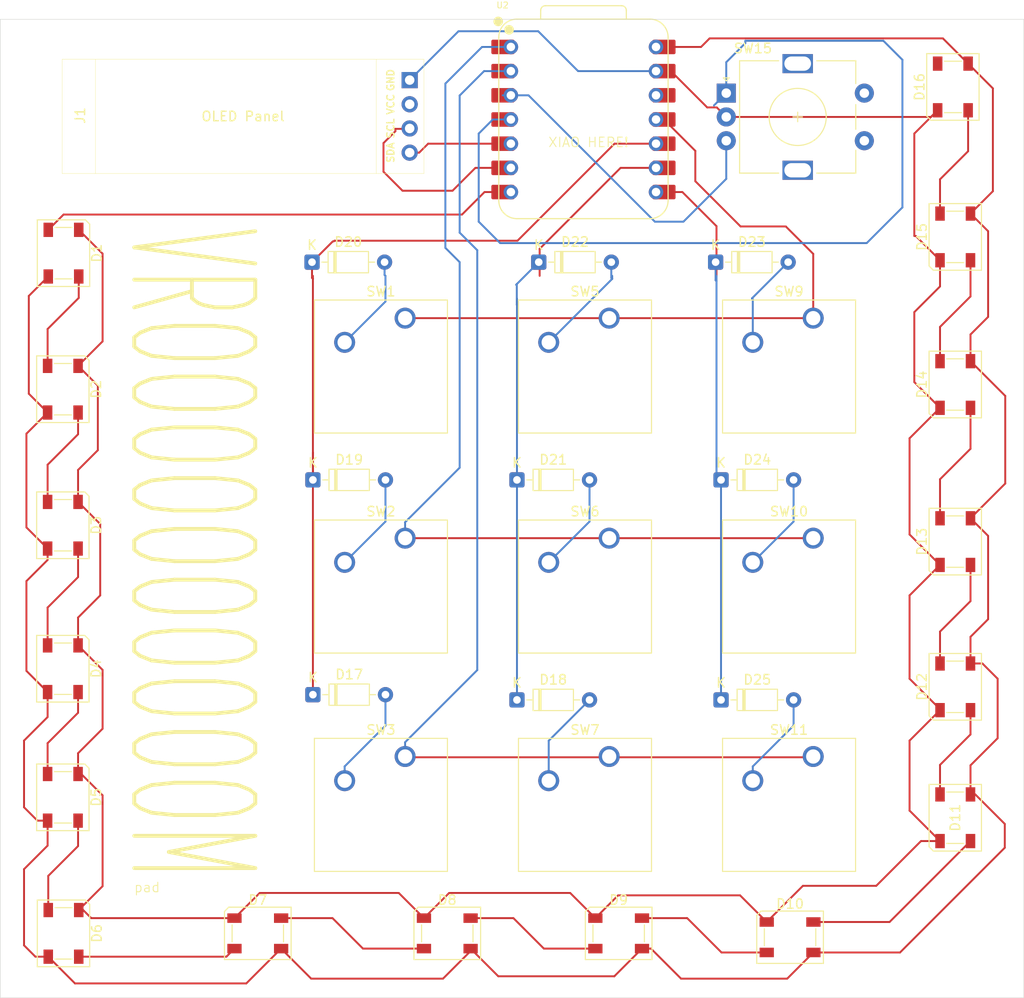
<source format=kicad_pcb>
(kicad_pcb (version 20241229) (generator "pcbnew") (generator_version "9.0")
  (layers (0 "F.Cu" signal) (2 "B.Cu" signal) (13 "F.Paste" user) (15 "B.Paste" user) (5 "F.SilkS" user "F.Silkscreen") (7 "B.SilkS" user "B.Silkscreen") (1 "F.Mask" user) (3 "B.Mask" user) (25 "Edge.Cuts" user))
  (net 0 "")
  (net 1 "Net-(D1-DOUT)")
  (net 2 "Net-(D1-DIN)")
  (net 3 "+5V")
  (net 4 "GND")
  (net 5 "Net-(D2-DOUT)")
  (net 6 "Net-(D4-DOUT)")
  (net 7 "Net-(D5-DOUT)")
  (net 8 "Net-(D6-DOUT)")
  (net 9 "Net-(D8-DOUT)")
  (net 10 "Net-(D10-DIN)")
  (net 11 "Net-(D10-DOUT)")
  (net 12 "Net-(D11-DOUT)")
  (net 13 "Net-(D12-DOUT)")
  (net 14 "Net-(D14-DOUT)")
  (net 16 "Net-(D17-A)")
  (net 17 "Net-(D17-K)")
  (net 18 "Net-(D18-A)")
  (net 19 "Net-(D18-K)")
  (net 20 "Net-(D19-A)")
  (net 21 "Net-(D20-A)")
  (net 22 "Net-(D21-A)")
  (net 23 "Net-(D22-A)")
  (net 24 "Net-(D23-K)")
  (net 25 "Net-(U2-GPIO3{slash}MOSI)")
  (net 26 "Net-(U2-GPIO26{slash}ADC0{slash}A0)")
  (net 27 "Net-(U2-GPIO27{slash}ADC1{slash}A1)")
  (net 28 "Net-(U2-GPIO29{slash}ADC3{slash}A3)")
  (net 29 "Net-(U2-GPIO28{slash}ADC2{slash}A2)")
  (net 32 "+3.3V")
  (net 33 "Net-(D23-A)")
  (net 34 "Net-(D24-A)")
  (net 35 "Net-(D25-A)")
  (net 36 "Net-(D7-DOUT)")
  (net 37 "Net-(D13-DOUT)")
  (net 38 "Net-(J1-Pin_3)")
  (net 39 "Net-(J1-Pin_4)")
  (net 40 "+3V3")
  (net 41 "Net-(D3-DOUT)")
  (net 42 "Net-(D15-DOUT)")
  (footprint "Button_Switch_Keyboard:SW_Cherry_MX_1.00u_PCB" (layer "F.Cu") (at 181.13375 121.92)
    (property "Reference" "SW11")
    (property "Value" "SW_Push")
  )
  (footprint "Diode_THT:D_DO-35_SOD27_P7.62mm_Horizontal" (layer "F.Cu") (at 128.49375 70)
    (property "Reference" "D20")
    (property "Value" "1N4148")
  )
  (footprint "LED_SMD:LED_SK6812_PLCC4_5.0x5.0mm_P3.2mm" (layer "F.Cu") (at 122.8 140.49375)
    (property "Reference" "D7")
    (property "Value" "SK6812")
  )
  (footprint "LED_SMD:LED_SK6812_PLCC4_5.0x5.0mm_P3.2mm" (layer "F.Cu") (at 196.05 128.35 90)
    (property "Reference" "D11")
    (property "Value" "SK6812")
  )
  (footprint "LED_SMD:LED_SK6812_PLCC4_5.0x5.0mm_P3.2mm" (layer "F.Cu") (at 196.05 82.85 90)
    (property "Reference" "D14")
    (property "Value" "SK6812")
  )
  (footprint "Display:SSD1306-0.91-OLED-4pin-128x32" (layer "F.Cu") (at 102.25 48.69)
    (property "Reference" "J1")
    (property "Value" "Conn_01x04_Pin")
  )
  (footprint "Diode_THT:D_DO-35_SOD27_P7.62mm_Horizontal" (layer "F.Cu") (at 170.88 70)
    (property "Reference" "D23")
    (property "Value" "1N4148")
  )
  (footprint "LED_SMD:LED_SK6812_PLCC4_5.0x5.0mm_P3.2mm" (layer "F.Cu") (at 102.39375 69.05625 -90)
    (property "Reference" "D1")
    (property "Value" "SK6812")
  )
  (footprint "Button_Switch_Keyboard:SW_Cherry_MX_1.00u_PCB" (layer "F.Cu") (at 138.27125 98.98875)
    (property "Reference" "SW2")
    (property "Value" "SW_Push")
  )
  (footprint "OPL:XIAO-RP2040-DIP" (layer "F.Cu") (at 157 55.0185)
    (property "Reference" "U2")
    (property "Value" "XIAO-RP2040-DIP")
  )
  (footprint "LED_SMD:LED_SK6812_PLCC4_5.0x5.0mm_P3.2mm" (layer "F.Cu") (at 195.8 51.6 90)
    (property "Reference" "D16")
    (property "Value" "SK6812")
  )
  (footprint "LED_SMD:LED_SK6812_PLCC4_5.0x5.0mm_P3.2mm" (layer "F.Cu") (at 102.325 97.63125 -90)
    (property "Reference" "D3")
    (property "Value" "SK6812")
  )
  (footprint "LED_SMD:LED_SK6812_PLCC4_5.0x5.0mm_P3.2mm" (layer "F.Cu") (at 102.325 126.20625 -90)
    (property "Reference" "D5")
    (property "Value" "SK6812")
  )
  (footprint "LED_SMD:LED_SK6812_PLCC4_5.0x5.0mm_P3.2mm" (layer "F.Cu") (at 196.05 114.6 90)
    (property "Reference" "D12")
    (property "Value" "SK6812")
  )
  (footprint "Diode_THT:D_DO-35_SOD27_P7.62mm_Horizontal" (layer "F.Cu") (at 150.01875 92.86875)
    (property "Reference" "D21")
    (property "Value" "1N4148")
  )
  (footprint "LED_SMD:LED_SK6812_PLCC4_5.0x5.0mm_P3.2mm" (layer "F.Cu") (at 102.39375 140.49375 -90)
    (property "Reference" "D6")
    (property "Value" "SK6812")
  )
  (footprint "Button_Switch_Keyboard:SW_Cherry_MX_1.00u_PCB" (layer "F.Cu") (at 138.27125 75.8825)
    (property "Reference" "SW1")
    (property "Value" "SW_Push")
  )
  (footprint "Button_Switch_Keyboard:SW_Cherry_MX_1.00u_PCB" (layer "F.Cu") (at 159.7025 121.92)
    (property "Reference" "SW7")
    (property "Value" "SW_Push")
  )
  (footprint "LED_SMD:LED_SK6812_PLCC4_5.0x5.0mm_P3.2mm" (layer "F.Cu") (at 160.7 140.49375)
    (property "Reference" "D9")
    (property "Value" "SK6812")
  )
  (footprint "LED_SMD:LED_SK6812_PLCC4_5.0x5.0mm_P3.2mm" (layer "F.Cu") (at 196.05 67.35 90)
    (property "Reference" "D15")
    (property "Value" "SK6812")
  )
  (footprint "Diode_THT:D_DO-35_SOD27_P7.62mm_Horizontal" (layer "F.Cu") (at 150.01875 115.975)
    (property "Reference" "D18")
    (property "Value" "1N4148")
  )
  (footprint "Diode_THT:D_DO-35_SOD27_P7.62mm_Horizontal" (layer "F.Cu") (at 171.45 115.975)
    (property "Reference" "D25")
    (property "Value" "1N4148")
  )
  (footprint "Button_Switch_Keyboard:SW_Cherry_MX_1.00u_PCB" (layer "F.Cu") (at 138.27125 121.92)
    (property "Reference" "SW3")
    (property "Value" "SW_Push")
  )
  (footprint "LED_SMD:LED_SK6812_PLCC4_5.0x5.0mm_P3.2mm" (layer "F.Cu") (at 102.325 83.34375 -90)
    (property "Reference" "D2")
    (property "Value" "SK6812")
  )
  (footprint "Button_Switch_Keyboard:SW_Cherry_MX_1.00u_PCB" (layer "F.Cu") (at 181.13375 98.98875)
    (property "Reference" "SW10")
    (property "Value" "SW_Push")
  )
  (footprint "Diode_THT:D_DO-35_SOD27_P7.62mm_Horizontal" (layer "F.Cu") (at 128.5875 92.86875)
    (property "Reference" "D19")
    (property "Value" "1N4148")
  )
  (footprint "Diode_THT:D_DO-35_SOD27_P7.62mm_Horizontal" (layer "F.Cu") (at 128.5875 115.425)
    (property "Reference" "D17")
    (property "Value" "1N4148")
  )
  (footprint "LED_SMD:LED_SK6812_PLCC4_5.0x5.0mm_P3.2mm" (layer "F.Cu") (at 178.7 140.9)
    (property "Reference" "D10")
    (property "Value" "SK6812")
  )
  (footprint "Button_Switch_Keyboard:SW_Cherry_MX_1.00u_PCB" (layer "F.Cu") (at 159.7025 98.98875)
    (property "Reference" "SW6")
    (property "Value" "SW_Push")
  )
  (footprint "Diode_THT:D_DO-35_SOD27_P7.62mm_Horizontal" (layer "F.Cu") (at 152.30625 70)
    (property "Reference" "D22")
    (property "Value" "1N4148")
  )
  (footprint "Button_Switch_Keyboard:SW_Cherry_MX_1.00u_PCB" (layer "F.Cu") (at 159.7025 75.8825)
    (property "Reference" "SW5")
    (property "Value" "SW_Push")
  )
  (footprint "LED_SMD:LED_SK6812_PLCC4_5.0x5.0mm_P3.2mm" (layer "F.Cu") (at 196.05 99.35 90)
    (property "Reference" "D13")
    (property "Value" "SK6812")
  )
  (footprint "Diode_THT:D_DO-35_SOD27_P7.62mm_Horizontal" (layer "F.Cu") (at 171.45 92.86875)
    (property "Reference" "D24")
    (property "Value" "1N4148")
  )
  (footprint "Button_Switch_Keyboard:SW_Cherry_MX_1.00u_PCB" (layer "F.Cu") (at 181.13375 75.8825)
    (property "Reference" "SW9")
    (property "Value" "SW_Push")
  )
  (footprint "LED_SMD:LED_SK6812_PLCC4_5.0x5.0mm_P3.2mm" (layer "F.Cu") (at 142.7 140.49375)
    (property "Reference" "D8")
    (property "Value" "SK6812")
  )
  (footprint "Rotary_Encoder:RotaryEncoder_Alps_EC11E-Switch_Vertical_H20mm" (layer "F.Cu") (at 172 52.25)
    (property "Reference" "SW15")
    (property "Value" "RotaryEncoder_Switch")
  )
  (footprint "LED_SMD:LED_SK6812_PLCC4_5.0x5.0mm_P3.2mm" (layer "F.Cu") (at 102.325 112.7 -90)
    (property "Reference" "D4")
    (property "Value" "SK6812")
  )
  (gr_rect (start 95.75 44.5) (end 203.25 147.25) (stroke (width 0.05)) (fill no) (layer "Edge.Cuts"))
  (gr_text "XIAO HERE!" (at 153.25 58 0) (layer "F.SilkS") (effects (font (size 1 1) (thickness 0.1)) (justify left bottom)))
  (gr_text "VROOOOOOOOOOM" (at 108.25 66 270) (layer "F.SilkS") (effects (font (size 12.7094 5.0894) (thickness 0.4048)) (justify left bottom)))
  (gr_text "pad" (at 109.75 136.25 0) (layer "F.SilkS") (effects (font (size 1 1) (thickness 0.1)) (justify left bottom)))
  (segment (start 103.99375 73.75625) (end 100.725 77.025) (width 0.2) (layer "F.Cu") (net 1))
  (segment (start 103.99375 71.50625) (end 103.99375 73.75625) (width 0.2) (layer "F.Cu") (net 1))
  (segment (start 100.725 77.025) (end 100.725 80.89375) (width 0.2) (layer "F.Cu") (net 1))
  (segment (start 144.25 65) (end 102.4 65) (width 0.2) (layer "F.Cu") (net 2))
  (segment (start 149.38 62.6385) (end 146.6115 62.6385) (width 0.2) (layer "F.Cu") (net 2))
  (segment (start 102.4 65) (end 100.79375 66.60625) (width 0.2) (layer "F.Cu") (net 2))
  (segment (start 146.6115 62.6385) (end 144.25 65) (width 0.2) (layer "F.Cu") (net 2))
  (segment (start 100.94575 66.60625) (end 100.79375 66.60625) (width 0.2) (layer "F.Cu") (net 2))
  (segment (start 145.15 142.35) (end 145.15 142.09375) (width 0.2) (layer "F.Cu") (net 3))
  (segment (start 197.65 96.9) (end 201.3 93.25) (width 0.2) (layer "F.Cu") (net 3))
  (segment (start 200.5 113.75) (end 198.9 112.15) (width 0.2) (layer "F.Cu") (net 3))
  (segment (start 100.725 115.15) (end 100.725 117.775) (width 0.2) (layer "F.Cu") (net 3))
  (segment (start 100.725 100.08125) (end 98.5 97.85625) (width 0.2) (layer "F.Cu") (net 3))
  (segment (start 198.15 125.9) (end 197.65 125.9) (width 0.2) (layer "F.Cu") (net 3))
  (segment (start 198.9 112.15) (end 197.65 112.15) (width 0.2) (layer "F.Cu") (net 3))
  (segment (start 103.6 145.75) (end 100.79375 142.94375) (width 0.2) (layer "F.Cu") (net 3))
  (segment (start 197.65 112.15) (end 197.65 109.35) (width 0.2) (layer "F.Cu") (net 3))
  (segment (start 148.05625 145) (end 160.25 145) (width 0.2) (layer "F.Cu") (net 3))
  (segment (start 170.25 46.5) (end 169.3515 47.3985) (width 0.2) (layer "F.Cu") (net 3))
  (segment (start 163.15 142.09375) (end 164.09375 142.09375) (width 0.2) (layer "F.Cu") (net 3))
  (segment (start 197.65 125.9) (end 197.65 122.85) (width 0.2) (layer "F.Cu") (net 3))
  (segment (start 100.725 115.15) (end 98.5 112.925) (width 0.2) (layer "F.Cu") (net 3))
  (segment (start 199.5 98.75) (end 197.65 96.9) (width 0.2) (layer "F.Cu") (net 3))
  (segment (start 197.65 64.9) (end 200 62.55) (width 0.2) (layer "F.Cu") (net 3))
  (segment (start 125.25 142.09375) (end 128.40625 145.25) (width 0.2) (layer "F.Cu") (net 3))
  (segment (start 99.65625 128.65625) (end 100.725 128.65625) (width 0.2) (layer "F.Cu") (net 3))
  (segment (start 200.5 120) (end 200.5 113.75) (width 0.2) (layer "F.Cu") (net 3))
  (segment (start 98.5 103.5) (end 100.725 101.275) (width 0.2) (layer "F.Cu") (net 3))
  (segment (start 98.25 141.75) (end 99.44375 142.94375) (width 0.2) (layer "F.Cu") (net 3))
  (segment (start 199.5 107.5) (end 199.5 98.75) (width 0.2) (layer "F.Cu") (net 3))
  (segment (start 199.5 75.75) (end 199.5 66.75) (width 0.2) (layer "F.Cu") (net 3))
  (segment (start 197.65 122.85) (end 200.5 120) (width 0.2) (layer "F.Cu") (net 3))
  (segment (start 98.25 133.75) (end 98.25 141.75) (width 0.2) (layer "F.Cu") (net 3))
  (segment (start 160.25 145) (end 160.25 144.99375) (width 0.2) (layer "F.Cu") (net 3))
  (segment (start 99.44375 142.94375) (end 100.79375 142.94375) (width 0.2) (layer "F.Cu") (net 3))
  (segment (start 100.725 101.275) (end 100.725 100.08125) (width 0.2) (layer "F.Cu") (net 3))
  (segment (start 167.25 145.25) (end 178.4 145.25) (width 0.2) (layer "F.Cu") (net 3))
  (segment (start 201.3 93.25) (end 201.3 84.05) (width 0.2) (layer "F.Cu") (net 3))
  (segment (start 197.65 77.6) (end 199.5 75.75) (width 0.2) (layer "F.Cu") (net 3))
  (segment (start 201.25 129) (end 198.15 125.9) (width 0.2) (layer "F.Cu") (net 3))
  (segment (start 197.65 109.35) (end 199.5 107.5) (width 0.2) (layer "F.Cu") (net 3))
  (segment (start 100.79375 71.50625) (end 98.75 73.55) (width 0.2) (layer "F.Cu") (net 3))
  (segment (start 98.75 73.55) (end 98.75 83.81875) (width 0.2) (layer "F.Cu") (net 3))
  (segment (start 142.25 145.25) (end 145.15 142.35) (width 0.2) (layer "F.Cu") (net 3))
  (segment (start 98.5 112.925) (end 98.5 103.5) (width 0.2) (layer "F.Cu") (net 3))
  (segment (start 181.15 142.5) (end 190.25 142.5) (width 0.2) (layer "F.Cu") (net 3))
  (segment (start 98.5 97.85625) (end 98.5 88.01875) (width 0.2) (layer "F.Cu") (net 3))
  (segment (start 200 51.75) (end 197.4 49.15) (width 0.2) (layer "F.Cu") (net 3))
  (segment (start 169.3515 47.3985) (end 164.62 47.3985) (width 0.2) (layer "F.Cu") (net 3))
  (segment (start 194.75 46.5) (end 170.25 46.5) (width 0.2) (layer "F.Cu") (net 3))
  (segment (start 128.40625 145.25) (end 142.25 145.25) (width 0.2) (layer "F.Cu") (net 3))
  (segment (start 100.725 128.65625) (end 100.725 131.275) (width 0.2) (layer "F.Cu") (net 3))
  (segment (start 98.25 120.25) (end 98.25 127.25) (width 0.2) (layer "F.Cu") (net 3))
  (segment (start 160.25 144.99375) (end 163.15 142.09375) (width 0.2) (layer "F.Cu") (net 3))
  (segment (start 178.4 145.25) (end 181.15 142.5) (width 0.2) (layer "F.Cu") (net 3))
  (segment (start 100.725 131.275) (end 98.25 133.75) (width 0.2) (layer "F.Cu") (net 3))
  (segment (start 201.25 131.5) (end 201.25 129) (width 0.2) (layer "F.Cu") (net 3))
  (segment (start 190.25 142.5) (end 201.25 131.5) (width 0.2) (layer "F.Cu") (net 3))
  (segment (start 197.4 49.15) (end 194.75 46.5) (width 0.2) (layer "F.Cu") (net 3))
  (segment (start 200 62.55) (end 200 51.75) (width 0.2) (layer "F.Cu") (net 3))
  (segment (start 201.3 84.05) (end 197.65 80.4) (width 0.2) (layer "F.Cu") (net 3))
  (segment (start 145.15 142.09375) (end 148.05625 145) (width 0.2) (layer "F.Cu") (net 3))
  (segment (start 100.725 117.775) (end 98.25 120.25) (width 0.2) (layer "F.Cu") (net 3))
  (segment (start 98.25 127.25) (end 99.65625 128.65625) (width 0.2) (layer "F.Cu") (net 3))
  (segment (start 164.09375 142.09375) (end 167.25 145.25) (width 0.2) (layer "F.Cu") (net 3))
  (segment (start 121.59375 145.75) (end 103.6 145.75) (width 0.2) (layer "F.Cu") (net 3))
  (segment (start 98.75 83.81875) (end 100.725 85.79375) (width 0.2) (layer "F.Cu") (net 3))
  (segment (start 98.5 88.01875) (end 100.725 85.79375) (width 0.2) (layer "F.Cu") (net 3))
  (segment (start 197.65 80.4) (end 197.65 77.6) (width 0.2) (layer "F.Cu") (net 3))
  (segment (start 125.25 142.09375) (end 121.59375 145.75) (width 0.2) (layer "F.Cu") (net 3))
  (segment (start 199.5 66.75) (end 197.65 64.9) (width 0.2) (layer "F.Cu") (net 3))
  (segment (start 103.925 110.25) (end 103.925 107.325) (width 0.2) (layer "F.Cu") (net 4))
  (segment (start 106.5 126) (end 104.25625 123.75625) (width 0.2) (layer "F.Cu") (net 4))
  (segment (start 164.62 49.9385) (end 166.1885 49.9385) (width 0.2) (layer "F.Cu") (net 4))
  (segment (start 158.25 138.89375) (end 160.64375 136.5) (width 0.2) (layer "F.Cu") (net 4))
  (segment (start 191.25 113.75) (end 191.25 105) (width 0.2) (layer "F.Cu") (net 4))
  (segment (start 194.45 117.05) (end 194.45 116.95) (width 0.2) (layer "F.Cu") (net 4))
  (segment (start 106.5 69.1125) (end 106.5 78.31875) (width 0.2) (layer "F.Cu") (net 4))
  (segment (start 106.25 105) (end 106.25 97.50625) (width 0.2) (layer "F.Cu") (net 4))
  (segment (start 173.45 136.5) (end 176.25 139.3) (width 0.2) (layer "F.Cu") (net 4))
  (segment (start 166.1885 49.9385) (end 170 53.75) (width 0.2) (layer "F.Cu") (net 4))
  (segment (start 191.25 120.25) (end 194.45 117.05) (width 0.2) (layer "F.Cu") (net 4))
  (segment (start 194.45 72.55) (end 194.45 69.8) (width 0.2) (layer "F.Cu") (net 4))
  (segment (start 171 53.75) (end 172 54.75) (width 0.2) (layer "F.Cu") (net 4))
  (segment (start 191.25 105) (end 194.45 101.8) (width 0.2) (layer "F.Cu") (net 4))
  (segment (start 191.75 75.25) (end 194.45 72.55) (width 0.2) (layer "F.Cu") (net 4))
  (segment (start 103.925 123.75625) (end 103.925 121.575) (width 0.2) (layer "F.Cu") (net 4))
  (segment (start 192.45 130.8) (end 194.45 130.8) (width 0.2) (layer "F.Cu") (net 4))
  (segment (start 106 89.75) (end 106 82.96875) (width 0.2) (layer "F.Cu") (net 4))
  (segment (start 103.99375 66.60625) (end 106.5 69.1125) (width 0.2) (layer "F.Cu") (net 4))
  (segment (start 120.35 138.89375) (end 120.35625 138.89375) (width 0.2) (layer "F.Cu") (net 4))
  (segment (start 191.75 67.25) (end 191.75 56.5) (width 0.2) (layer "F.Cu") (net 4))
  (segment (start 176.25 139.3) (end 180.05 135.5) (width 0.2) (layer "F.Cu") (net 4))
  (segment (start 120.35625 138.89375) (end 123 136.25) (width 0.2) (layer "F.Cu") (net 4))
  (segment (start 191.9 67.25) (end 191.75 67.25) (width 0.2) (layer "F.Cu") (net 4))
  (segment (start 194.45 69.8) (end 191.9 67.25) (width 0.2) (layer "F.Cu") (net 4))
  (segment (start 191.25 88.5) (end 194.45 85.3) (width 0.2) (layer "F.Cu") (net 4))
  (segment (start 103.99375 138.04375) (end 106.5 135.5375) (width 0.2) (layer "F.Cu") (net 4))
  (segment (start 105.30625 138.89375) (end 120.35 138.89375) (width 0.2) (layer "F.Cu") (net 4))
  (segment (start 180.05 135.5) (end 187.75 135.5) (width 0.2) (layer "F.Cu") (net 4))
  (segment (start 172 54.75) (end 193.5 54.75) (width 0.2) (layer "F.Cu") (net 4))
  (segment (start 194.45 130.8) (end 191.25 127.6) (width 0.2) (layer "F.Cu") (net 4))
  (segment (start 103.925 107.325) (end 106.25 105) (width 0.2) (layer "F.Cu") (net 4))
  (segment (start 106.5 112.825) (end 103.925 110.25) (width 0.2) (layer "F.Cu") (net 4))
  (segment (start 103.925 91.825) (end 106 89.75) (width 0.2) (layer "F.Cu") (net 4))
  (segment (start 191.75 56.5) (end 194.2 54.05) (width 0.2) (layer "F.Cu") (net 4))
  (segment (start 106.5 119) (end 106.5 112.825) (width 0.2) (layer "F.Cu") (net 4))
  (segment (start 191.25 98.6) (end 191.25 88.5) (width 0.2) (layer "F.Cu") (net 4))
  (segment (start 137.60625 136.25) (end 140.25 138.89375) (width 0.2) (layer "F.Cu") (net 4))
  (segment (start 160.64375 136.5) (end 173.45 136.5) (width 0.2) (layer "F.Cu") (net 4))
  (segment (start 106.5 78.31875) (end 103.925 80.89375) (width 0.2) (layer "F.Cu") (net 4))
  (segment (start 106 82.96875) (end 103.925 80.89375) (width 0.2) (layer "F.Cu") (net 4))
  (segment (start 170 53.75) (end 171 53.75) (width 0.2) (layer "F.Cu") (net 4))
  (segment (start 104.25625 123.75625) (end 103.925 123.75625) (width 0.2) (layer "F.Cu") (net 4))
  (segment (start 194.45 116.95) (end 191.25 113.75) (width 0.2) (layer "F.Cu") (net 4))
  (segment (start 103.925 121.575) (end 106.5 119) (width 0.2) (layer "F.Cu") (net 4))
  (segment (start 194.45 101.8) (end 191.25 98.6) (width 0.2) (layer "F.Cu") (net 4))
  (segment (start 106.25 97.50625) (end 103.925 95.18125) (width 0.2) (layer "F.Cu") (net 4))
  (segment (start 103.99375 138.04375) (end 104.45625 138.04375) (width 0.2) (layer "F.Cu") (net 4))
  (segment (start 123 136.25) (end 137.60625 136.25) (width 0.2) (layer "F.Cu") (net 4))
  (segment (start 155.60625 136.25) (end 158.25 138.89375) (width 0.2) (layer "F.Cu") (net 4))
  (segment (start 106.5 135.5375) (end 106.5 126) (width 0.2) (layer "F.Cu") (net 4))
  (segment (start 193.5 54.75) (end 194.2 54.05) (width 0.2) (layer "F.Cu") (net 4))
  (segment (start 140.25 138.89375) (end 142.89375 136.25) (width 0.2) (layer "F.Cu") (net 4))
  (segment (start 191.25 127.6) (end 191.25 120.25) (width 0.2) (layer "F.Cu") (net 4))
  (segment (start 103.925 95.18125) (end 103.925 91.825) (width 0.2) (layer "F.Cu") (net 4))
  (segment (start 142.89375 136.25) (end 155.60625 136.25) (width 0.2) (layer "F.Cu") (net 4))
  (segment (start 104.45625 138.04375) (end 105.30625 138.89375) (width 0.2) (layer "F.Cu") (net 4))
  (segment (start 187.75 135.5) (end 192.45 130.8) (width 0.2) (layer "F.Cu") (net 4))
  (segment (start 194.45 85.3) (end 191.75 82.6) (width 0.2) (layer "F.Cu") (net 4))
  (segment (start 191.75 82.6) (end 191.75 75.25) (width 0.2) (layer "F.Cu") (net 4))
  (segment (start 156.4385 49.9385) (end 152.25 45.75) (width 0.2) (layer "B.Cu") (net 4))
  (segment (start 143.88 45.75) (end 138.75 50.88) (width 0.2) (layer "B.Cu") (net 4))
  (segment (start 152.25 45.75) (end 143.88 45.75) (width 0.2) (layer "B.Cu") (net 4))
  (segment (start 164.62 49.9385) (end 156.4385 49.9385) (width 0.2) (layer "B.Cu") (net 4))
  (segment (start 103.925 85.79375) (end 103.925 88.075) (width 0.2) (layer "F.Cu") (net 5))
  (segment (start 103.925 88.075) (end 100.725 91.275) (width 0.2) (layer "F.Cu") (net 5))
  (segment (start 100.725 91.275) (end 100.725 95.18125) (width 0.2) (layer "F.Cu") (net 5))
  (segment (start 103.925 117.325) (end 100.725 120.525) (width 0.2) (layer "F.Cu") (net 6))
  (segment (start 103.925 115.15) (end 103.925 117.325) (width 0.2) (layer "F.Cu") (net 6))
  (segment (start 100.725 120.525) (end 100.725 123.75625) (width 0.2) (layer "F.Cu") (net 6))
  (segment (start 103.925 128.65625) (end 103.925 131.325) (width 0.2) (layer "F.Cu") (net 7))
  (segment (start 103.925 131.325) (end 100.79375 134.45625) (width 0.2) (layer "F.Cu") (net 7))
  (segment (start 100.79375 134.45625) (end 100.79375 138.04375) (width 0.2) (layer "F.Cu") (net 7))
  (segment (start 103.99375 142.94375) (end 119.5 142.94375) (width 0.2) (layer "F.Cu") (net 8))
  (segment (start 119.5 142.94375) (end 120.35 142.09375) (width 0.2) (layer "F.Cu") (net 8))
  (segment (start 149.64375 138.89375) (end 152.84375 142.09375) (width 0.2) (layer "F.Cu") (net 9))
  (segment (start 145.15 138.89375) (end 149.64375 138.89375) (width 0.2) (layer "F.Cu") (net 9))
  (segment (start 152.84375 142.09375) (end 158.25 142.09375) (width 0.2) (layer "F.Cu") (net 9))
  (segment (start 167.89375 138.89375) (end 171.5 142.5) (width 0.2) (layer "F.Cu") (net 10))
  (segment (start 163.15 138.89375) (end 167.89375 138.89375) (width 0.2) (layer "F.Cu") (net 10))
  (segment (start 171.5 142.5) (end 176.25 142.5) (width 0.2) (layer "F.Cu") (net 10))
  (segment (start 181.15 139.3) (end 189.15 139.3) (width 0.2) (layer "F.Cu") (net 11))
  (segment (start 189.15 139.3) (end 197.65 130.8) (width 0.2) (layer "F.Cu") (net 11))
  (segment (start 194.45 122.8) (end 197.65 119.6) (width 0.2) (layer "F.Cu") (net 12))
  (segment (start 197.65 119.6) (end 197.65 117.05) (width 0.2) (layer "F.Cu") (net 12))
  (segment (start 194.45 125.9) (end 194.45 122.8) (width 0.2) (layer "F.Cu") (net 12))
  (segment (start 194.45 112.15) (end 194.45 108.8) (width 0.2) (layer "F.Cu") (net 13))
  (segment (start 197.65 105.6) (end 197.65 101.8) (width 0.2) (layer "F.Cu") (net 13))
  (segment (start 194.45 108.8) (end 197.65 105.6) (width 0.2) (layer "F.Cu") (net 13))
  (segment (start 194.45 80.4) (end 194.45 76.8) (width 0.2) (layer "F.Cu") (net 14))
  (segment (start 194.45 76.8) (end 197.65 73.6) (width 0.2) (layer "F.Cu") (net 14))
  (segment (start 197.65 73.6) (end 197.65 69.8) (width 0.2) (layer "F.Cu") (net 14))
  (segment (start 131.92125 122.96) (end 136.2075 118.67375) (width 0.2) (layer "B.Cu") (net 16))
  (segment (start 131.92125 122.96) (end 131.92125 124.46) (width 0.2) (layer "B.Cu") (net 16))
  (segment (start 136.2075 118.67375) (end 136.2075 115.975) (width 0.2) (layer "B.Cu") (net 16))
  (segment (start 160.262705 57.5585) (end 150.071205 67.75) (width 0.2) (layer "F.Cu") (net 17))
  (segment (start 128.49375 70) (end 130.68125 67.8125) (width 0.2) (layer "F.Cu") (net 17))
  (segment (start 128.5875 115.425) (end 128.5875 90) (width 0.2) (layer "F.Cu") (net 17))
  (segment (start 128.5875 71.75) (end 128.5875 71.4375) (width 0.2) (layer "F.Cu") (net 17))
  (segment (start 130.845069 67.75) (end 130.775 67.820069) (width 0.2) (layer "F.Cu") (net 17))
  (segment (start 128.49375 70) (end 128.49375 71.65625) (width 0.2) (layer "F.Cu") (net 17))
  (segment (start 128.49375 71.65625) (end 128.5875 71.75) (width 0.2) (layer "F.Cu") (net 17))
  (segment (start 128.5875 92.86875) (end 128.5875 90) (width 0.2) (layer "F.Cu") (net 17))
  (segment (start 128.5875 90) (end 128.5875 71.75) (width 0.2) (layer "F.Cu") (net 17))
  (segment (start 164.62 57.5585) (end 160.262705 57.5585) (width 0.2) (layer "F.Cu") (net 17))
  (segment (start 150.071205 67.75) (end 130.845069 67.75) (width 0.2) (layer "F.Cu") (net 17))
  (segment (start 153.3525 120.26125) (end 153.3525 124.46) (width 0.2) (layer "B.Cu") (net 18))
  (segment (start 157.63875 115.975) (end 153.3525 120.26125) (width 0.2) (layer "B.Cu") (net 18))
  (segment (start 152.4 68.6) (end 152.4 71.4375) (width 0.2) (layer "F.Cu") (net 19))
  (segment (start 164.62 60.0985) (end 160.9015 60.0985) (width 0.2) (layer "F.Cu") (net 19))
  (segment (start 160.9015 60.0985) (end 152.4 68.6) (width 0.2) (layer "F.Cu") (net 19))
  (segment (start 150 74.48125) (end 150 72.30625) (width 0.2) (layer "B.Cu") (net 19))
  (segment (start 150 72.30625) (end 149.925 72.38125) (width 0.2) (layer "B.Cu") (net 19))
  (segment (start 152.30625 70) (end 150 72.30625) (width 0.2) (layer "B.Cu") (net 19))
  (segment (start 150.01875 73.81875) (end 150.01875 74.5) (width 0.2) (layer "B.Cu") (net 19))
  (segment (start 150.01875 74.5) (end 150 74.48125) (width 0.2) (layer "B.Cu") (net 19))
  (segment (start 150.01875 115.975) (end 150.01875 92.86875) (width 0.2) (layer "B.Cu") (net 19))
  (segment (start 150.01875 74.5) (end 150.01875 92.86875) (width 0.2) (layer "B.Cu") (net 19))
  (segment (start 136.2075 97.2425) (end 136.2075 92.86875) (width 0.2) (layer "B.Cu") (net 20))
  (segment (start 131.92125 101.52875) (end 136.2075 97.2425) (width 0.2) (layer "B.Cu") (net 20))
  (segment (start 136.2075 74.13625) (end 136.2075 71.4375) (width 0.2) (layer "B.Cu") (net 21))
  (segment (start 136.11375 71.34375) (end 136.11375 70) (width 0.2) (layer "B.Cu") (net 21))
  (segment (start 131.92125 78.4225) (end 136.2075 74.13625) (width 0.2) (layer "B.Cu") (net 21))
  (segment (start 136.2075 71.4375) (end 136.11375 71.34375) (width 0.2) (layer "B.Cu") (net 21))
  (segment (start 157.63875 97.2425) (end 157.63875 92.86875) (width 0.2) (layer "B.Cu") (net 22))
  (segment (start 153.3525 101.52875) (end 157.63875 97.2425) (width 0.2) (layer "B.Cu") (net 22))
  (segment (start 159.92625 71.66125) (end 159.92625 70) (width 0.2) (layer "B.Cu") (net 23))
  (segment (start 160.02 71.755) (end 160.02 71.4375) (width 0.2) (layer "B.Cu") (net 23))
  (segment (start 153.3525 78.4225) (end 160.02 71.755) (width 0.2) (layer "B.Cu") (net 23))
  (segment (start 160.02 71.755) (end 159.92625 71.66125) (width 0.2) (layer "B.Cu") (net 23))
  (segment (start 164.62 62.6385) (end 167.3885 62.6385) (width 0.2) (layer "F.Cu") (net 24))
  (segment (start 167.3885 62.6385) (end 170.97375 66.22375) (width 0.2) (layer "F.Cu") (net 24))
  (segment (start 170.97375 66.22375) (end 170.97375 71.4375) (width 0.2) (layer "F.Cu") (net 24))
  (segment (start 171.45 92.86875) (end 171.45 115.975) (width 0.2) (layer "B.Cu") (net 24))
  (segment (start 170.88 70) (end 170.88 71.90625) (width 0.2) (layer "B.Cu") (net 24))
  (segment (start 170.88 71.90625) (end 170.97375 72) (width 0.2) (layer "B.Cu") (net 24))
  (segment (start 170.97375 72) (end 170.97375 92.3925) (width 0.2) (layer "B.Cu") (net 24))
  (segment (start 170.97375 71.4375) (end 170.97375 72) (width 0.2) (layer "B.Cu") (net 24))
  (segment (start 159.7025 75.8825) (end 181.13375 75.8825) (width 0.2) (layer "F.Cu") (net 25))
  (segment (start 138.27125 75.8825) (end 159.7025 75.8825) (width 0.2) (layer "F.Cu") (net 25))
  (segment (start 168.75 58.3135) (end 168.75 61.5) (width 0.2) (layer "F.Cu") (net 25))
  (segment (start 181.13375 69.13375) (end 181.13375 75.8825) (width 0.2) (layer "F.Cu") (net 25))
  (segment (start 168.75 61.5) (end 173.5 66.25) (width 0.2) (layer "F.Cu") (net 25))
  (segment (start 165.455 55.0185) (end 168.75 58.3135) (width 0.2) (layer "F.Cu") (net 25))
  (segment (start 173.5 66.25) (end 178.25 66.25) (width 0.2) (layer "F.Cu") (net 25))
  (segment (start 178.25 66.25) (end 181.13375 69.13375) (width 0.2) (layer "F.Cu") (net 25))
  (segment (start 138.27125 98.98875) (end 159.7025 98.98875) (width 0.2) (layer "F.Cu") (net 26))
  (segment (start 159.7025 98.98875) (end 181.13375 98.98875) (width 0.2) (layer "F.Cu") (net 26))
  (segment (start 138.27125 98.98875) (end 138.27125 97.31375) (width 0.2) (layer "B.Cu") (net 26))
  (segment (start 146.3515 47.3985) (end 142.5 51.25) (width 0.2) (layer "B.Cu") (net 26))
  (segment (start 144 91.585) (end 138.27125 97.31375) (width 0.2) (layer "B.Cu") (net 26))
  (segment (start 149.38 47.3985) (end 146.3515 47.3985) (width 0.2) (layer "B.Cu") (net 26))
  (segment (start 142.5 68.5) (end 144 70) (width 0.2) (layer "B.Cu") (net 26))
  (segment (start 144 70) (end 144 91.585) (width 0.2) (layer "B.Cu") (net 26))
  (segment (start 142.5 51.25) (end 142.5 68.5) (width 0.2) (layer "B.Cu") (net 26))
  (segment (start 159.7025 122) (end 181.13375 122) (width 0.2) (layer "F.Cu") (net 27))
  (segment (start 138.27125 122) (end 159.7025 122) (width 0.2) (layer "F.Cu") (net 27))
  (segment (start 146.5615 49.9385) (end 144 52.5) (width 0.2) (layer "B.Cu") (net 27))
  (segment (start 144 66.901) (end 145.849 68.75) (width 0.2) (layer "B.Cu") (net 27))
  (segment (start 144 52.5) (end 144 66.901) (width 0.2) (layer "B.Cu") (net 27))
  (segment (start 145.849 112.84225) (end 138.27125 120.42) (width 0.2) (layer "B.Cu") (net 27))
  (segment (start 149.38 49.9385) (end 146.5615 49.9385) (width 0.2) (layer "B.Cu") (net 27))
  (segment (start 138.27125 120.42) (end 138.27125 121.92) (width 0.2) (layer "B.Cu") (net 27))
  (segment (start 145.849 68.75) (end 145.849 112.84225) (width 0.2) (layer "B.Cu") (net 27))
  (segment (start 186.75 68) (end 190.5 64.25) (width 0.2) (layer "B.Cu") (net 28))
  (segment (start 190.5 48.75) (end 188.5 46.75) (width 0.2) (layer "B.Cu") (net 28))
  (segment (start 190.5 64.25) (end 190.5 48.75) (width 0.2) (layer "B.Cu") (net 28))
  (segment (start 172 49) (end 172 52.25) (width 0.2) (layer "B.Cu") (net 28))
  (segment (start 188.5 46.75) (end 174 46.75) (width 0.2) (layer "B.Cu") (net 28))
  (segment (start 149.38 55.0185) (end 147.4815 55.0185) (width 0.2) (layer "B.Cu") (net 28))
  (segment (start 174 46.75) (end 174 47) (width 0.2) (layer "B.Cu") (net 28))
  (segment (start 146 56.5) (end 146 65.75) (width 0.2) (layer "B.Cu") (net 28))
  (segment (start 148.25 68) (end 186.75 68) (width 0.2) (layer "B.Cu") (net 28))
  (segment (start 174 47) (end 172 49) (width 0.2) (layer "B.Cu") (net 28))
  (segment (start 170.7085 53.5415) (end 172 52.25) (width 0.2) (layer "B.Cu") (net 28))
  (segment (start 146 65.75) (end 148.25 68) (width 0.2) (layer "B.Cu") (net 28))
  (segment (start 147.4815 55.0185) (end 146 56.5) (width 0.2) (layer "B.Cu") (net 28))
  (segment (start 151.2285 52.4785) (end 164.5 65.75) (width 0.2) (layer "B.Cu") (net 29))
  (segment (start 149.38 52.4785) (end 148.5215 52.4785) (width 0.2) (layer "B.Cu") (net 29))
  (segment (start 167.5 65.75) (end 172 61.25) (width 0.2) (layer "B.Cu") (net 29))
  (segment (start 164.5 65.75) (end 167.5 65.75) (width 0.2) (layer "B.Cu") (net 29))
  (segment (start 172 61.25) (end 172 57.25) (width 0.2) (layer "B.Cu") (net 29))
  (segment (start 149.38 52.4785) (end 151.2285 52.4785) (width 0.2) (layer "B.Cu") (net 29))
  (segment (start 174.69 73.81) (end 178.5 70) (width 0.2) (layer "B.Cu") (net 33))
  (segment (start 174.78375 78.4225) (end 174.78375 73.90375) (width 0.2) (layer "B.Cu") (net 33))
  (segment (start 174.78375 73.90375) (end 174.69 73.81) (width 0.2) (layer "B.Cu") (net 33))
  (segment (start 179.07 97.2425) (end 179.07 92.86875) (width 0.2) (layer "B.Cu") (net 34))
  (segment (start 174.78375 101.52875) (end 179.07 97.2425) (width 0.2) (layer "B.Cu") (net 34))
  (segment (start 179.07 118.67375) (end 179.07 115.975) (width 0.2) (layer "B.Cu") (net 35))
  (segment (start 174.78375 122.96) (end 174.78375 124.46) (width 0.2) (layer "B.Cu") (net 35))
  (segment (start 174.78375 122.96) (end 179.07 118.67375) (width 0.2) (layer "B.Cu") (net 35))
  (segment (start 133.84375 142.09375) (end 140.25 142.09375) (width 0.2) (layer "F.Cu") (net 36))
  (segment (start 125.25 138.89375) (end 130.64375 138.89375) (width 0.2) (layer "F.Cu") (net 36))
  (segment (start 130.64375 138.89375) (end 133.84375 142.09375) (width 0.2) (layer "F.Cu") (net 36))
  (segment (start 194.45 96.9) (end 194.45 92.8) (width 0.2) (layer "F.Cu") (net 37))
  (segment (start 197.65 89.6) (end 197.65 85.3) (width 0.2) (layer "F.Cu") (net 37))
  (segment (start 194.45 92.8) (end 197.65 89.6) (width 0.2) (layer "F.Cu") (net 37))
  (segment (start 138.71 56) (end 138.75 55.96) (width 0.2) (layer "F.Cu") (net 38))
  (segment (start 138 62.5) (end 136 60.5) (width 0.2) (layer "F.Cu") (net 38))
  (segment (start 143.25 62.5) (end 138 62.5) (width 0.2) (layer "F.Cu") (net 38))
  (segment (start 149.38 60.0985) (end 145.6515 60.0985) (width 0.2) (layer "F.Cu") (net 38))
  (segment (start 136 57.5) (end 137.25 56.25) (width 0.2) (layer "F.Cu") (net 38))
  (segment (start 137.25 56.25) (end 137.25 56) (width 0.2) (layer "F.Cu") (net 38))
  (segment (start 136 60.5) (end 136 57.5) (width 0.2) (layer "F.Cu") (net 38))
  (segment (start 137.25 56) (end 138.71 56) (width 0.2) (layer "F.Cu") (net 38))
  (segment (start 145.6515 60.0985) (end 143.25 62.5) (width 0.2) (layer "F.Cu") (net 38))
  (segment (start 149.38 57.5585) (end 140.6915 57.5585) (width 0.2) (layer "F.Cu") (net 39))
  (segment (start 138.75 58.5) (end 139.75 58.5) (width 0.2) (layer "F.Cu") (net 39))
  (segment (start 139.75 58.5) (end 140.6915 57.5585) (width 0.2) (layer "F.Cu") (net 39))
  (segment (start 103.925 100.08125) (end 103.925 103.075) (width 0.2) (layer "F.Cu") (net 41))
  (segment (start 103.925 103.075) (end 100.725 106.275) (width 0.2) (layer "F.Cu") (net 41))
  (segment (start 100.725 106.275) (end 100.725 110.25) (width 0.2) (layer "F.Cu") (net 41))
  (segment (start 194.45 64.9) (end 194.45 61.3) (width 0.2) (layer "F.Cu") (net 42))
  (segment (start 194.45 61.3) (end 197.4 58.35) (width 0.2) (layer "F.Cu") (net 42))
  (segment (start 197.4 58.35) (end 197.4 54.05) (width 0.2) (layer "F.Cu") (net 42))
)
</source>
